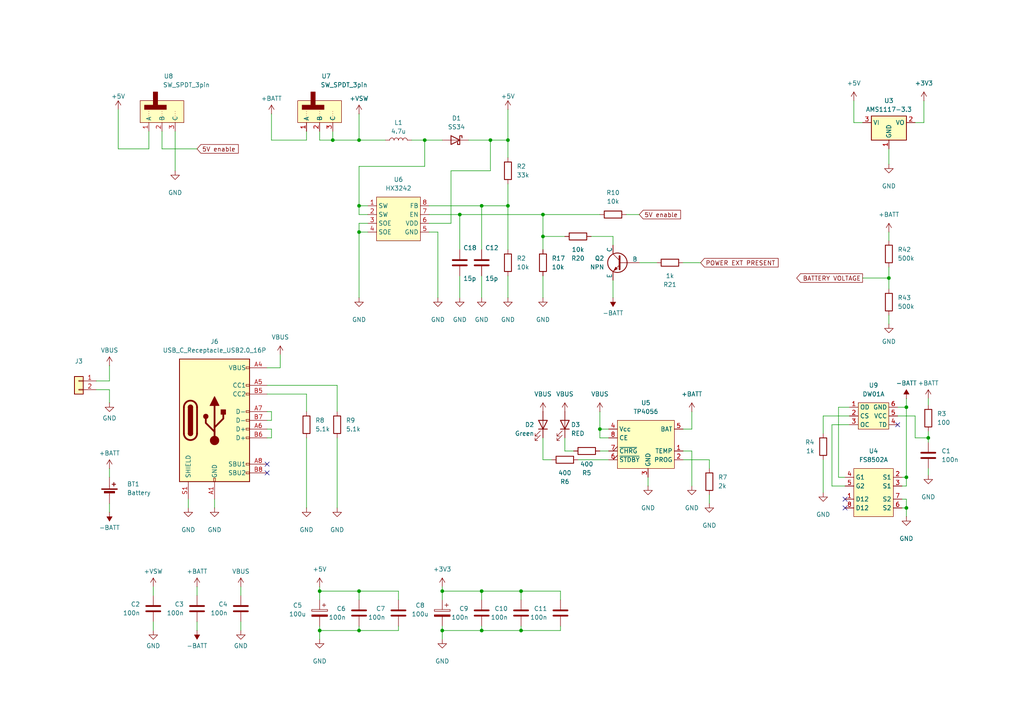
<source format=kicad_sch>
(kicad_sch (version 20250114) (generator "eeschema") (generator_version "9.0")
  (paper "A4")
  (lib_symbols
    (symbol "Connector:USB_C_Receptacle_USB2.0_16P" (pin_names (offset 1.016))
      (property "Reference" "J" (at 0 22.225 0))
      (property "Value" "USB_C_Receptacle_USB2.0_16P" (at 0 19.685 0))
      (symbol "USB_C_Receptacle_USB2.0_16P_0_0"
        (rectangle (start -0.254 -17.78) (end 0.254 -16.764))
        (rectangle (start 10.16 15.494) (end 9.144 14.986))
        (rectangle (start 10.16 10.414) (end 9.144 9.906))
        (rectangle (start 10.16 7.874) (end 9.144 7.366))
        (rectangle (start 10.16 2.794) (end 9.144 2.286))
        (rectangle (start 10.16 0.254) (end 9.144 -0.254))
        (rectangle (start 10.16 -2.286) (end 9.144 -2.794))
        (rectangle (start 10.16 -4.826) (end 9.144 -5.334))
        (rectangle (start 10.16 -12.446) (end 9.144 -12.954))
        (rectangle (start 10.16 -14.986) (end 9.144 -15.494))
      )
      (symbol "USB_C_Receptacle_USB2.0_16P_0_1"
        (rectangle (start -10.16 17.78) (end 10.16 -17.78) (stroke (width 0.254)) (fill (type background)))
        (polyline (pts (xy -8.89 -3.81) (xy -8.89 3.81)) (stroke (width 0.508)))
        (rectangle (start -7.62 -3.81) (end -6.35 3.81) (stroke (width 0.254)) (fill (type outline)))
        (arc (start -7.62 3.81) (mid -6.985 4.4423) (end -6.35 3.81) (stroke (width 0.254)))
        (arc (start -7.62 3.81) (mid -6.985 4.4423) (end -6.35 3.81) (stroke (width 0.254)) (fill (type outline)))
        (arc (start -8.89 3.81) (mid -6.985 5.7067) (end -5.08 3.81) (stroke (width 0.508)))
        (arc (start -5.08 -3.81) (mid -6.985 -5.7067) (end -8.89 -3.81) (stroke (width 0.508)))
        (arc (start -6.35 -3.81) (mid -6.985 -4.4423) (end -7.62 -3.81) (stroke (width 0.254)))
        (arc (start -6.35 -3.81) (mid -6.985 -4.4423) (end -7.62 -3.81) (stroke (width 0.254)) (fill (type outline)))
        (polyline (pts (xy -5.08 3.81) (xy -5.08 -3.81)) (stroke (width 0.508)))
        (circle (center -2.54 1.143) (radius 0.635) (stroke (width 0.254)) (fill (type outline)))
        (polyline (pts (xy -1.27 4.318) (xy 0 6.858) (xy 1.27 4.318) (xy -1.27 4.318)) (stroke (width 0.254)) (fill (type outline)))
        (polyline (pts (xy 0 -2.032) (xy 2.54 0.508) (xy 2.54 1.778)) (stroke (width 0.508)))
        (polyline (pts (xy 0 -3.302) (xy -2.54 -0.762) (xy -2.54 0.508)) (stroke (width 0.508)))
        (polyline (pts (xy 0 -5.842) (xy 0 4.318)) (stroke (width 0.508)))
        (circle (center 0 -5.842) (radius 1.27) (fill (type outline)))
        (rectangle (start 1.905 1.778) (end 3.175 3.048) (stroke (width 0.254)) (fill (type outline)))
      )
      (symbol "USB_C_Receptacle_USB2.0_16P_1_1"
        (pin passive line (at -7.62 -22.86 90) (length 5.08) (name "SHIELD") (number "S1"))
        (pin passive line (at 0 -22.86 90) (length 5.08) (name "GND") (number "A1"))
        (pin passive line (at 0 -22.86 90) (length 5.08) (hide yes) (name "GND") (number "A12"))
        (pin passive line (at 0 -22.86 90) (length 5.08) (hide yes) (name "GND") (number "B1"))
        (pin passive line (at 0 -22.86 90) (length 5.08) (hide yes) (name "GND") (number "B12"))
        (pin passive line (at 15.24 15.24 180) (length 5.08) (name "VBUS") (number "A4"))
        (pin passive line (at 15.24 15.24 180) (length 5.08) (hide yes) (name "VBUS") (number "A9"))
        (pin passive line (at 15.24 15.24 180) (length 5.08) (hide yes) (name "VBUS") (number "B4"))
        (pin passive line (at 15.24 15.24 180) (length 5.08) (hide yes) (name "VBUS") (number "B9"))
        (pin bidirectional line (at 15.24 10.16 180) (length 5.08) (name "CC1") (number "A5"))
        (pin bidirectional line (at 15.24 7.62 180) (length 5.08) (name "CC2") (number "B5"))
        (pin bidirectional line (at 15.24 2.54 180) (length 5.08) (name "D-") (number "A7"))
        (pin bidirectional line (at 15.24 0 180) (length 5.08) (name "D-") (number "B7"))
        (pin bidirectional line (at 15.24 -2.54 180) (length 5.08) (name "D+") (number "A6"))
        (pin bidirectional line (at 15.24 -5.08 180) (length 5.08) (name "D+") (number "B6"))
        (pin bidirectional line (at 15.24 -12.7 180) (length 5.08) (name "SBU1") (number "A8"))
        (pin bidirectional line (at 15.24 -15.24 180) (length 5.08) (name "SBU2") (number "B8"))
      )
    )
    (symbol "Connector_Generic:Conn_01x02" (pin_names (offset 1.016) (hide yes))
      (property "Reference" "J" (at 0 2.54 0))
      (property "Value" "Conn_01x02" (at 0 -5.08 0))
      (symbol "Conn_01x02_1_1"
        (rectangle (start -1.27 1.27) (end 1.27 -3.81) (stroke (width 0.254)) (fill (type background)))
        (rectangle (start -1.27 0.127) (end 0 -0.127) (stroke (width 0.1524)))
        (rectangle (start -1.27 -2.413) (end 0 -2.667) (stroke (width 0.1524)))
        (pin passive line (at -5.08 0 0) (length 3.81) (name "Pin_1") (number "1"))
        (pin passive line (at -5.08 -2.54 0) (length 3.81) (name "Pin_2") (number "2"))
      )
    )
    (symbol "Device:Battery_Cell" (pin_numbers (hide yes)) (pin_names (offset 0) (hide yes))
      (property "Reference" "BT" (at 2.54 2.54 0))
      (property "Value" "Battery_Cell" (at 2.54 0 0))
      (symbol "Battery_Cell_0_1"
        (rectangle (start -2.286 1.778) (end 2.286 1.524) (fill (type outline)))
        (rectangle (start -1.524 1.016) (end 1.524 0.508) (fill (type outline)))
        (polyline (pts (xy 0 1.778) (xy 0 2.54)))
        (polyline (pts (xy 0 0.762) (xy 0 0)))
        (polyline (pts (xy 0.762 3.048) (xy 1.778 3.048)) (stroke (width 0.254)))
        (polyline (pts (xy 1.27 3.556) (xy 1.27 2.54)) (stroke (width 0.254)))
      )
      (symbol "Battery_Cell_1_1"
        (pin passive line (at 0 5.08 270) (length 2.54) (name "+") (number "1"))
        (pin passive line (at 0 -2.54 90) (length 2.54) (name "-") (number "2"))
      )
    )
    (symbol "Device:C" (pin_numbers (hide yes)) (pin_names (offset 0.254))
      (property "Reference" "C" (at 0.635 2.54 0))
      (property "Value" "C" (at 0.635 -2.54 0))
      (symbol "C_0_1"
        (polyline (pts (xy -2.032 0.762) (xy 2.032 0.762)) (stroke (width 0.508)))
        (polyline (pts (xy -2.032 -0.762) (xy 2.032 -0.762)) (stroke (width 0.508)))
      )
      (symbol "C_1_1"
        (pin passive line (at 0 3.81 270) (length 2.794) (name "~") (number "1"))
        (pin passive line (at 0 -3.81 90) (length 2.794) (name "~") (number "2"))
      )
    )
    (symbol "Device:C_Polarized" (pin_numbers (hide yes)) (pin_names (offset 0.254))
      (property "Reference" "C" (at 0.635 2.54 0))
      (property "Value" "C_Polarized" (at 0.635 -2.54 0))
      (symbol "C_Polarized_0_1"
        (rectangle (start -2.286 0.508) (end 2.286 1.016))
        (polyline (pts (xy -1.778 2.286) (xy -0.762 2.286)))
        (polyline (pts (xy -1.27 2.794) (xy -1.27 1.778)))
        (rectangle (start 2.286 -0.508) (end -2.286 -1.016) (fill (type outline)))
      )
      (symbol "C_Polarized_1_1"
        (pin passive line (at 0 3.81 270) (length 2.794) (name "~") (number "1"))
        (pin passive line (at 0 -3.81 90) (length 2.794) (name "~") (number "2"))
      )
    )
    (symbol "Device:D_Schottky" (pin_numbers (hide yes)) (pin_names (offset 1.016) (hide yes))
      (property "Reference" "D" (at 0 2.54 0))
      (property "Value" "D_Schottky" (at 0 -2.54 0))
      (symbol "D_Schottky_0_1"
        (polyline (pts (xy -1.905 0.635) (xy -1.905 1.27) (xy -1.27 1.27) (xy -1.27 -1.27) (xy -0.635 -1.27) (xy -0.635 -0.635)) (stroke (width 0.254)))
        (polyline (pts (xy 1.27 1.27) (xy 1.27 -1.27) (xy -1.27 0) (xy 1.27 1.27)) (stroke (width 0.254)))
        (polyline (pts (xy 1.27 0) (xy -1.27 0)))
      )
      (symbol "D_Schottky_1_1"
        (pin passive line (at -3.81 0 0) (length 2.54) (name "K") (number "1"))
        (pin passive line (at 3.81 0 180) (length 2.54) (name "A") (number "2"))
      )
    )
    (symbol "Device:L" (pin_numbers (hide yes)) (pin_names (offset 1.016) (hide yes))
      (property "Reference" "L" (at -1.27 0 90))
      (property "Value" "L" (at 1.905 0 90))
      (symbol "L_0_1"
        (arc (start 0 2.54) (mid 0.6323 1.905) (end 0 1.27))
        (arc (start 0 1.27) (mid 0.6323 0.635) (end 0 0))
        (arc (start 0 0) (mid 0.6323 -0.635) (end 0 -1.27))
        (arc (start 0 -1.27) (mid 0.6323 -1.905) (end 0 -2.54))
      )
      (symbol "L_1_1"
        (pin passive line (at 0 3.81 270) (length 1.27) (name "1") (number "1"))
        (pin passive line (at 0 -3.81 90) (length 1.27) (name "2") (number "2"))
      )
    )
    (symbol "Device:LED" (pin_numbers (hide yes)) (pin_names (offset 1.016) (hide yes))
      (property "Reference" "D" (at 0 2.54 0))
      (property "Value" "LED" (at 0 -2.54 0))
      (symbol "LED_0_1"
        (polyline (pts (xy -3.048 -0.762) (xy -4.572 -2.286) (xy -3.81 -2.286) (xy -4.572 -2.286) (xy -4.572 -1.524)))
        (polyline (pts (xy -1.778 -0.762) (xy -3.302 -2.286) (xy -2.54 -2.286) (xy -3.302 -2.286) (xy -3.302 -1.524)))
        (polyline (pts (xy -1.27 0) (xy 1.27 0)))
        (polyline (pts (xy -1.27 -1.27) (xy -1.27 1.27)) (stroke (width 0.254)))
        (polyline (pts (xy 1.27 -1.27) (xy 1.27 1.27) (xy -1.27 0) (xy 1.27 -1.27)) (stroke (width 0.254)))
      )
      (symbol "LED_1_1"
        (pin passive line (at -3.81 0 0) (length 2.54) (name "K") (number "1"))
        (pin passive line (at 3.81 0 180) (length 2.54) (name "A") (number "2"))
      )
    )
    (symbol "Device:R" (pin_numbers (hide yes)) (pin_names (offset 0))
      (property "Reference" "R" (at 2.032 0 90))
      (property "Value" "R" (at 0 0 90))
      (symbol "R_0_1"
        (rectangle (start -1.016 -2.54) (end 1.016 2.54) (stroke (width 0.254)))
      )
      (symbol "R_1_1"
        (pin passive line (at 0 3.81 270) (length 1.27) (name "~") (number "1"))
        (pin passive line (at 0 -3.81 90) (length 1.27) (name "~") (number "2"))
      )
    )
    (symbol "Regulator_Linear:AMS1117-3.3"
      (property "Reference" "U" (at -3.81 3.175 0))
      (property "Value" "AMS1117-3.3" (at 0 3.175 0))
      (symbol "AMS1117-3.3_0_1"
        (rectangle (start -5.08 -5.08) (end 5.08 1.905) (stroke (width 0.254)) (fill (type background)))
      )
      (symbol "AMS1117-3.3_1_1"
        (pin power_in line (at -7.62 0 0) (length 2.54) (name "VI") (number "3"))
        (pin power_in line (at 0 -7.62 90) (length 2.54) (name "GND") (number "1"))
        (pin power_out line (at 7.62 0 180) (length 2.54) (name "VO") (number "2"))
      )
    )
    (symbol "Simulation_SPICE:NPN" (pin_numbers (hide yes)) (pin_names (offset 0))
      (property "Reference" "Q" (at -2.54 7.62 0))
      (property "Value" "NPN" (at -2.54 5.08 0))
      (symbol "NPN_0_1"
        (polyline (pts (xy -2.54 0) (xy 0.635 0)) (stroke (width 0.1524)))
        (polyline (pts (xy 0.635 1.905) (xy 0.635 -1.905) (xy 0.635 -1.905)) (stroke (width 0.508)))
        (polyline (pts (xy 0.635 0.635) (xy 2.54 2.54)))
        (polyline (pts (xy 0.635 -0.635) (xy 2.54 -2.54) (xy 2.54 -2.54)))
        (circle (center 1.27 0) (radius 2.8194) (stroke (width 0.254)))
        (polyline (pts (xy 1.27 -1.778) (xy 1.778 -1.27) (xy 2.286 -2.286) (xy 1.27 -1.778) (xy 1.27 -1.778)) (fill (type outline)))
        (polyline (pts (xy 2.794 -1.27) (xy 2.794 -1.27)) (stroke (width 0.1524)))
        (polyline (pts (xy 2.794 -1.27) (xy 2.794 -1.27)) (stroke (width 0.1524)))
      )
      (symbol "NPN_1_1"
        (pin input line (at -5.08 0 0) (length 2.54) (name "B") (number "2"))
        (pin open_collector line (at 2.54 5.08 270) (length 2.54) (name "C") (number "1"))
        (pin open_emitter line (at 2.54 -5.08 90) (length 2.54) (name "E") (number "3"))
      )
    )
    (symbol "additional_symbols:DW01A"
      (property "Reference" "U" (at 0 -0.762 0))
      (property "Value" "DW01A" (at 0.254 1.778 0))
      (symbol "DW01A_1_1"
        (rectangle (start -3.81 -2.54) (end 5.08 -10.16) (fill (type background)))
        (pin output line (at -6.35 -3.81 0) (length 2.54) (name "OD") (number "1"))
        (pin input line (at -6.35 -6.35 0) (length 2.54) (name "CS") (number "2"))
        (pin output line (at -6.35 -8.89 0) (length 2.54) (name "OC") (number "3"))
        (pin power_in line (at 7.62 -3.81 180) (length 2.54) (name "GND") (number "6"))
        (pin power_in line (at 7.62 -6.35 180) (length 2.54) (name "VCC") (number "5"))
        (pin input line (at 7.62 -8.89 180) (length 2.54) (name "TD") (number "4"))
      )
    )
    (symbol "additional_symbols:FS8502A"
      (property "Reference" "U" (at 1.778 0.762 0))
      (property "Value" "FS8502A" (at 1.778 3.302 0))
      (symbol "FS8502A_1_1"
        (rectangle (start -3.81 -1.27) (end 7.62 -15.24) (fill (type background)))
        (pin input line (at -6.35 -3.81 0) (length 2.54) (name "G1") (number "4"))
        (pin input line (at -6.35 -6.35 0) (length 2.54) (name "G2") (number "5"))
        (pin passive line (at -6.35 -10.16 0) (length 2.54) (name "D12") (number "1"))
        (pin passive line (at -6.35 -12.7 0) (length 2.54) (name "D12") (number "8"))
        (pin passive line (at 10.16 -3.81 180) (length 2.54) (name "S1") (number "2"))
        (pin passive line (at 10.16 -6.35 180) (length 2.54) (name "S1") (number "3"))
        (pin passive line (at 10.16 -10.16 180) (length 2.54) (name "S2") (number "7"))
        (pin passive line (at 10.16 -12.7 180) (length 2.54) (name "S2") (number "6"))
      )
    )
    (symbol "additional_symbols:HX3242"
      (property "Reference" "U" (at -0.254 0.762 0))
      (property "Value" "HX3242" (at -0.254 3.302 0))
      (symbol "HX3242_0_1"
        (rectangle (start -6.35 -1.27) (end 6.35 -13.97) (fill (type background)))
      )
      (symbol "HX3242_1_1"
        (pin output line (at -8.89 -3.81 0) (length 2.54) (name "SW") (number "1"))
        (pin output line (at -8.89 -6.35 0) (length 2.54) (name "SW") (number "2"))
        (pin input line (at -8.89 -8.89 0) (length 2.54) (name "SOE") (number "3"))
        (pin input line (at -8.89 -11.43 0) (length 2.54) (name "SOE") (number "4"))
        (pin output line (at 0 -16.51 90) (length 2.54) (hide yes) (name "SW") (number "9"))
        (pin input line (at 8.89 -3.81 180) (length 2.54) (name "FB") (number "8"))
        (pin input line (at 8.89 -6.35 180) (length 2.54) (name "EN") (number "7"))
        (pin power_in line (at 8.89 -8.89 180) (length 2.54) (name "VDD") (number "6"))
        (pin power_in line (at 8.89 -11.43 180) (length 2.54) (name "GND") (number "5"))
      )
    )
    (symbol "additional_symbols:SW_SPDT_3pin"
      (property "Reference" "U" (at 0 0 0))
      (property "Value" "SW_SPDT_3pin" (at 0 0 0))
      (symbol "SW_SPDT_3pin_0_1"
        (rectangle (start -6.35 -5.08) (end 6.35 -11.43) (fill (type background)))
        (polyline (pts (xy -5.08 -7.62) (xy 1.27 -7.62) (xy 1.27 -6.35) (xy -5.08 -6.35) (xy -5.08 -7.62)) (fill (type outline)))
        (polyline (pts (xy -3.81 -11.43) (xy -3.81 -7.62)) (stroke (width 0) (type dot)))
        (polyline (pts (xy -2.54 -6.35) (xy -2.54 -2.54) (xy -1.27 -2.54) (xy -1.27 -6.35)) (fill (type outline)))
        (polyline (pts (xy 0 -11.43) (xy 0 -7.62)) (stroke (width 0) (type dot)))
        (polyline (pts (xy 3.81 -11.43) (xy 3.81 -7.62)) (stroke (width 0) (type dot)))
      )
      (symbol "SW_SPDT_3pin_1_1"
        (pin passive line (at -3.81 -13.97 90) (length 2.54) (name "A") (number "1"))
        (pin passive line (at 0 -13.97 90) (length 2.54) (name "B") (number "2"))
        (pin passive line (at 3.81 -13.97 90) (length 2.54) (name "C") (number "3"))
      )
    )
    (symbol "additional_symbols:TP4056"
      (property "Reference" "U" (at 0 0 0))
      (property "Value" "TP4056" (at 0 2.286 0))
      (symbol "TP4056_1_1"
        (rectangle (start -7.62 -2.54) (end 8.89 -16.51) (fill (type background)))
        (pin power_in line (at -10.16 -5.08 0) (length 2.54) (name "Vcc") (number "4"))
        (pin input line (at -10.16 -7.62 0) (length 2.54) (name "CE") (number "8"))
        (pin output output_low (at -10.16 -11.43 0) (length 2.54) (name "~{CHRG}") (number "7"))
        (pin output output_low (at -10.16 -13.97 0) (length 2.54) (name "~{STDBY}") (number "6"))
        (pin power_in line (at 1.27 -19.05 90) (length 2.54) (name "GND") (number "3"))
        (pin power_in line (at 1.27 -19.05 90) (length 2.54) (hide yes) (name "GND") (number "9"))
        (pin power_out line (at 11.43 -5.08 180) (length 2.54) (name "BAT") (number "5"))
        (pin input line (at 11.43 -11.43 180) (length 2.54) (name "TEMP") (number "1"))
        (pin input line (at 11.43 -13.97 180) (length 2.54) (name "PROG") (number "2"))
      )
    )
    (symbol "power:+3V3" (power) (pin_numbers (hide yes)) (pin_names (offset 0) (hide yes))
      (property "Value" "+3V3" (at 0 3.556 0))
      (symbol "+3V3_0_1"
        (polyline (pts (xy -0.762 1.27) (xy 0 2.54)))
        (polyline (pts (xy 0 2.54) (xy 0.762 1.27)))
        (polyline (pts (xy 0 0) (xy 0 2.54)))
      )
      (symbol "+3V3_1_1"
        (pin power_in line (at 0 0 90) (length 0) (name "~") (number "1"))
      )
    )
    (symbol "power:+5V" (power) (pin_numbers (hide yes)) (pin_names (offset 0) (hide yes))
      (property "Value" "+5V" (at 0 3.556 0))
      (symbol "+5V_0_1"
        (polyline (pts (xy -0.762 1.27) (xy 0 2.54)))
        (polyline (pts (xy 0 2.54) (xy 0.762 1.27)))
        (polyline (pts (xy 0 0) (xy 0 2.54)))
      )
      (symbol "+5V_1_1"
        (pin power_in line (at 0 0 90) (length 0) (name "~") (number "1"))
      )
    )
    (symbol "power:+BATT" (power) (pin_numbers (hide yes)) (pin_names (offset 0) (hide yes))
      (property "Value" "+BATT" (at 0 3.556 0))
      (symbol "+BATT_0_1"
        (polyline (pts (xy -0.762 1.27) (xy 0 2.54)))
        (polyline (pts (xy 0 2.54) (xy 0.762 1.27)))
        (polyline (pts (xy 0 0) (xy 0 2.54)))
      )
      (symbol "+BATT_1_1"
        (pin power_in line (at 0 0 90) (length 0) (name "~") (number "1"))
      )
    )
    (symbol "power:+VSW" (power) (pin_numbers (hide yes)) (pin_names (offset 0) (hide yes))
      (property "Value" "+VSW" (at 0 3.556 0))
      (symbol "+VSW_0_1"
        (polyline (pts (xy -0.762 1.27) (xy 0 2.54)))
        (polyline (pts (xy 0 2.54) (xy 0.762 1.27)))
        (polyline (pts (xy 0 0) (xy 0 2.54)))
      )
      (symbol "+VSW_1_1"
        (pin power_in line (at 0 0 90) (length 0) (name "~") (number "1"))
      )
    )
    (symbol "power:-BATT" (power) (pin_numbers (hide yes)) (pin_names (offset 0) (hide yes))
      (property "Value" "-BATT" (at 0 3.556 0))
      (symbol "-BATT_0_1"
        (polyline (pts (xy 0 0) (xy 0 2.54)))
        (polyline (pts (xy 0.762 1.27) (xy -0.762 1.27) (xy 0 2.54) (xy 0.762 1.27)) (fill (type outline)))
      )
      (symbol "-BATT_1_1"
        (pin power_in line (at 0 0 90) (length 0) (name "~") (number "1"))
      )
    )
    (symbol "power:GND" (power) (pin_numbers (hide yes)) (pin_names (offset 0) (hide yes))
      (property "Value" "GND" (at 0 -3.81 0))
      (symbol "GND_0_1"
        (polyline (pts (xy 0 0) (xy 0 -1.27) (xy 1.27 -1.27) (xy 0 -2.54) (xy -1.27 -1.27) (xy 0 -1.27)))
      )
      (symbol "GND_1_1"
        (pin power_in line (at 0 0 270) (length 0) (name "~") (number "1"))
      )
    )
    (symbol "power:VBUS" (power) (pin_numbers (hide yes)) (pin_names (offset 0) (hide yes))
      (property "Value" "VBUS" (at 0 3.556 0))
      (symbol "VBUS_0_1"
        (polyline (pts (xy -0.762 1.27) (xy 0 2.54)))
        (polyline (pts (xy 0 2.54) (xy 0.762 1.27)))
        (polyline (pts (xy 0 0) (xy 0 2.54)))
      )
      (symbol "VBUS_1_1"
        (pin power_in line (at 0 0 90) (length 0) (name "~") (number "1"))
      )
    )
  )
  (junction (at 104.14 40.64))
  (junction (at 104.14 182.88))
  (junction (at 123.19 40.64))
  (junction (at 147.32 59.69))
  (junction (at 257.81 80.645))
  (junction (at 157.48 68.58))
  (junction (at 262.89 138.43))
  (junction (at 139.7 59.69))
  (junction (at 133.35 62.23))
  (junction (at 157.48 62.23))
  (junction (at 128.27 171.45))
  (junction (at 151.13 182.88))
  (junction (at 147.32 40.64))
  (junction (at 96.52 40.64))
  (junction (at 142.24 40.64))
  (junction (at 151.13 171.45))
  (junction (at 173.99 124.46))
  (junction (at 128.27 182.88))
  (junction (at 92.71 171.45))
  (junction (at 104.14 59.69))
  (junction (at 104.14 171.45))
  (junction (at 262.89 118.11))
  (junction (at 139.7 171.45))
  (junction (at 104.14 67.31))
  (junction (at 269.24 127))
  (junction (at 139.7 182.88))
  (junction (at 262.89 147.32))
  (junction (at 92.71 182.88))
  (no_connect (at 260.35 123.19))
  (no_connect (at 245.11 147.32))
  (no_connect (at 245.11 144.78))
  (no_connect (at 77.47 134.62))
  (no_connect (at 77.47 137.16))
  (wire (pts (xy 139.7 59.69) (xy 147.32 59.69)))
  (wire (pts (xy 92.71 40.64) (xy 96.52 40.64)))
  (wire (pts (xy 46.99 43.18) (xy 46.99 38.1)))
  (wire (pts (xy 247.65 35.56) (xy 250.19 35.56)))
  (wire (pts (xy 173.99 119.38) (xy 173.99 124.46)))
  (wire (pts (xy 92.71 182.88) (xy 92.71 185.42)))
  (wire (pts (xy 133.35 62.23) (xy 157.48 62.23)))
  (wire (pts (xy 104.14 48.26) (xy 123.19 48.26)))
  (wire (pts (xy 139.7 171.45) (xy 151.13 171.45)))
  (wire (pts (xy 262.89 118.11) (xy 260.35 118.11)))
  (wire (pts (xy 262.89 138.43) (xy 262.89 118.11)))
  (wire (pts (xy 171.45 68.58) (xy 177.8 68.58)))
  (wire (pts (xy 92.71 40.64) (xy 92.71 38.1)))
  (wire (pts (xy 267.97 35.56) (xy 265.43 35.56)))
  (wire (pts (xy 44.45 170.18) (xy 44.45 172.72)))
  (wire (pts (xy 34.29 43.18) (xy 43.18 43.18)))
  (wire (pts (xy 77.47 127) (xy 78.74 127)))
  (wire (pts (xy 78.74 33.02) (xy 78.74 40.64)))
  (wire (pts (xy 177.8 68.58) (xy 177.8 71.12)))
  (wire (pts (xy 123.19 40.64) (xy 128.27 40.64)))
  (wire (pts (xy 124.46 64.77) (xy 130.81 64.77)))
  (wire (pts (xy 238.76 133.35) (xy 238.76 142.875)))
  (wire (pts (xy 54.61 144.78) (xy 54.61 147.32)))
  (wire (pts (xy 106.68 62.23) (xy 104.14 62.23)))
  (wire (pts (xy 151.13 171.45) (xy 162.56 171.45)))
  (wire (pts (xy 130.81 49.53) (xy 142.24 49.53)))
  (wire (pts (xy 104.14 59.69) (xy 106.68 59.69)))
  (wire (pts (xy 139.7 171.45) (xy 128.27 171.45)))
  (wire (pts (xy 139.7 59.69) (xy 139.7 72.39)))
  (wire (pts (xy 34.29 31.75) (xy 34.29 43.18)))
  (wire (pts (xy 247.65 29.21) (xy 247.65 35.56)))
  (wire (pts (xy 57.15 43.18) (xy 46.99 43.18)))
  (wire (pts (xy 198.12 76.2) (xy 203.2 76.2)))
  (wire (pts (xy 167.64 133.35) (xy 176.53 133.35)))
  (wire (pts (xy 269.24 127) (xy 269.24 128.27)))
  (wire (pts (xy 162.56 181.61) (xy 162.56 182.88)))
  (wire (pts (xy 50.8 38.1) (xy 50.8 49.53)))
  (wire (pts (xy 31.75 146.05) (xy 31.75 148.59)))
  (wire (pts (xy 265.43 127) (xy 269.24 127)))
  (wire (pts (xy 262.89 140.97) (xy 262.89 138.43)))
  (wire (pts (xy 269.24 135.89) (xy 269.24 137.795)))
  (wire (pts (xy 133.35 62.23) (xy 133.35 72.39)))
  (wire (pts (xy 57.15 180.34) (xy 57.15 182.88)))
  (wire (pts (xy 163.83 127) (xy 163.83 130.81)))
  (wire (pts (xy 157.48 62.23) (xy 173.99 62.23)))
  (wire (pts (xy 128.27 171.45) (xy 128.27 173.99)))
  (wire (pts (xy 69.85 180.34) (xy 69.85 182.88)))
  (wire (pts (xy 257.81 91.44) (xy 257.81 93.98)))
  (wire (pts (xy 257.81 77.47) (xy 257.81 80.645)))
  (wire (pts (xy 92.71 171.45) (xy 92.71 173.99)))
  (wire (pts (xy 243.205 138.43) (xy 245.11 138.43)))
  (wire (pts (xy 173.99 124.46) (xy 173.99 127)))
  (wire (pts (xy 130.81 64.77) (xy 130.81 49.53)))
  (wire (pts (xy 147.32 59.69) (xy 147.32 53.34)))
  (wire (pts (xy 104.14 173.99) (xy 104.14 171.45)))
  (wire (pts (xy 128.27 181.61) (xy 128.27 182.88)))
  (wire (pts (xy 157.48 133.35) (xy 157.48 127)))
  (wire (pts (xy 257.81 43.18) (xy 257.81 47.625)))
  (wire (pts (xy 162.56 173.99) (xy 162.56 171.45)))
  (wire (pts (xy 124.46 62.23) (xy 133.35 62.23)))
  (wire (pts (xy 200.66 140.97) (xy 200.66 130.81)))
  (wire (pts (xy 115.57 173.99) (xy 115.57 171.45)))
  (wire (pts (xy 31.75 113.03) (xy 31.75 116.84)))
  (wire (pts (xy 173.99 130.81) (xy 176.53 130.81)))
  (wire (pts (xy 77.47 121.92) (xy 78.74 121.92)))
  (wire (pts (xy 160.02 133.35) (xy 157.48 133.35)))
  (wire (pts (xy 77.47 124.46) (xy 78.74 124.46)))
  (wire (pts (xy 81.28 106.68) (xy 81.28 102.87)))
  (wire (pts (xy 257.81 80.645) (xy 257.81 83.82)))
  (wire (pts (xy 128.27 170.18) (xy 128.27 171.45)))
  (wire (pts (xy 147.32 59.69) (xy 147.32 72.39)))
  (wire (pts (xy 142.24 49.53) (xy 142.24 40.64)))
  (wire (pts (xy 238.76 120.65) (xy 246.38 120.65)))
  (wire (pts (xy 96.52 40.64) (xy 104.14 40.64)))
  (wire (pts (xy 142.24 40.64) (xy 147.32 40.64)))
  (wire (pts (xy 77.47 106.68) (xy 81.28 106.68)))
  (wire (pts (xy 181.61 62.23) (xy 185.42 62.23)))
  (wire (pts (xy 205.74 143.51) (xy 205.74 146.05)))
  (wire (pts (xy 265.43 120.65) (xy 265.43 127)))
  (wire (pts (xy 200.66 130.81) (xy 198.12 130.81)))
  (wire (pts (xy 92.71 171.45) (xy 104.14 171.45)))
  (wire (pts (xy 31.75 135.89) (xy 31.75 138.43)))
  (wire (pts (xy 124.46 59.69) (xy 139.7 59.69)))
  (wire (pts (xy 261.62 140.97) (xy 262.89 140.97)))
  (wire (pts (xy 198.12 133.35) (xy 205.74 133.35)))
  (wire (pts (xy 262.89 115.57) (xy 262.89 118.11)))
  (wire (pts (xy 187.96 138.43) (xy 187.96 140.97)))
  (wire (pts (xy 62.23 144.78) (xy 62.23 147.32)))
  (wire (pts (xy 111.76 40.64) (xy 104.14 40.64)))
  (wire (pts (xy 115.57 181.61) (xy 115.57 182.88)))
  (wire (pts (xy 104.14 67.31) (xy 104.14 64.77)))
  (wire (pts (xy 119.38 40.64) (xy 123.19 40.64)))
  (wire (pts (xy 104.14 59.69) (xy 104.14 48.26)))
  (wire (pts (xy 92.71 170.18) (xy 92.71 171.45)))
  (wire (pts (xy 96.52 38.1) (xy 96.52 40.64)))
  (wire (pts (xy 177.8 81.28) (xy 177.8 86.36)))
  (wire (pts (xy 157.48 68.58) (xy 163.83 68.58)))
  (wire (pts (xy 147.32 80.01) (xy 147.32 86.36)))
  (wire (pts (xy 57.15 170.18) (xy 57.15 172.72)))
  (wire (pts (xy 133.35 80.01) (xy 133.35 86.36)))
  (wire (pts (xy 151.13 173.99) (xy 151.13 171.45)))
  (wire (pts (xy 92.71 181.61) (xy 92.71 182.88)))
  (wire (pts (xy 139.7 173.99) (xy 139.7 171.45)))
  (wire (pts (xy 127 67.31) (xy 127 86.36)))
  (wire (pts (xy 78.74 119.38) (xy 77.47 119.38)))
  (wire (pts (xy 147.32 31.75) (xy 147.32 40.64)))
  (wire (pts (xy 241.3 140.97) (xy 245.11 140.97)))
  (wire (pts (xy 262.89 149.86) (xy 262.89 147.32)))
  (wire (pts (xy 173.99 124.46) (xy 176.53 124.46)))
  (wire (pts (xy 257.81 67.31) (xy 257.81 69.85)))
  (wire (pts (xy 78.74 127) (xy 78.74 124.46)))
  (wire (pts (xy 27.94 110.49) (xy 31.75 110.49)))
  (wire (pts (xy 205.74 133.35) (xy 205.74 135.89)))
  (wire (pts (xy 104.14 86.36) (xy 104.14 67.31)))
  (wire (pts (xy 157.48 80.01) (xy 157.48 86.36)))
  (wire (pts (xy 44.45 180.34) (xy 44.45 182.88)))
  (wire (pts (xy 88.9 119.38) (xy 88.9 114.3)))
  (wire (pts (xy 135.89 40.64) (xy 142.24 40.64)))
  (wire (pts (xy 200.66 119.38) (xy 200.66 124.46)))
  (wire (pts (xy 173.99 127) (xy 176.53 127)))
  (wire (pts (xy 88.9 40.64) (xy 88.9 38.1)))
  (wire (pts (xy 77.47 111.76) (xy 97.79 111.76)))
  (wire (pts (xy 104.14 181.61) (xy 104.14 182.88)))
  (wire (pts (xy 269.24 125.095) (xy 269.24 127)))
  (wire (pts (xy 250.19 80.645) (xy 257.81 80.645)))
  (wire (pts (xy 97.79 127) (xy 97.79 147.32)))
  (wire (pts (xy 78.74 121.92) (xy 78.74 119.38)))
  (wire (pts (xy 88.9 127) (xy 88.9 147.32)))
  (wire (pts (xy 92.71 182.88) (xy 104.14 182.88)))
  (wire (pts (xy 139.7 182.88) (xy 151.13 182.88)))
  (wire (pts (xy 238.76 125.73) (xy 238.76 120.65)))
  (wire (pts (xy 200.66 124.46) (xy 198.12 124.46)))
  (wire (pts (xy 128.27 182.88) (xy 128.27 185.42)))
  (wire (pts (xy 139.7 182.88) (xy 128.27 182.88)))
  (wire (pts (xy 151.13 181.61) (xy 151.13 182.88)))
  (wire (pts (xy 27.94 113.03) (xy 31.75 113.03)))
  (wire (pts (xy 104.14 33.02) (xy 104.14 40.64)))
  (wire (pts (xy 104.14 64.77) (xy 106.68 64.77)))
  (wire (pts (xy 43.18 43.18) (xy 43.18 38.1)))
  (wire (pts (xy 262.89 144.78) (xy 261.62 144.78)))
  (wire (pts (xy 261.62 147.32) (xy 262.89 147.32)))
  (wire (pts (xy 265.43 120.65) (xy 260.35 120.65)))
  (wire (pts (xy 162.56 182.88) (xy 151.13 182.88)))
  (wire (pts (xy 243.205 118.11) (xy 243.205 138.43)))
  (wire (pts (xy 115.57 182.88) (xy 104.14 182.88)))
  (wire (pts (xy 241.3 123.19) (xy 241.3 140.97)))
  (wire (pts (xy 157.48 68.58) (xy 157.48 72.39)))
  (wire (pts (xy 157.48 62.23) (xy 157.48 68.58)))
  (wire (pts (xy 269.24 115.57) (xy 269.24 117.475)))
  (wire (pts (xy 185.42 76.2) (xy 190.5 76.2)))
  (wire (pts (xy 115.57 171.45) (xy 104.14 171.45)))
  (wire (pts (xy 246.38 118.11) (xy 243.205 118.11)))
  (wire (pts (xy 139.7 80.01) (xy 139.7 86.36)))
  (wire (pts (xy 31.75 110.49) (xy 31.75 106.045)))
  (wire (pts (xy 97.79 111.76) (xy 97.79 119.38)))
  (wire (pts (xy 104.14 62.23) (xy 104.14 59.69)))
  (wire (pts (xy 127 67.31) (xy 124.46 67.31)))
  (wire (pts (xy 88.9 114.3) (xy 77.47 114.3)))
  (wire (pts (xy 69.85 170.18) (xy 69.85 172.72)))
  (wire (pts (xy 246.38 123.19) (xy 241.3 123.19)))
  (wire (pts (xy 78.74 40.64) (xy 88.9 40.64)))
  (wire (pts (xy 123.19 48.26) (xy 123.19 40.64)))
  (wire (pts (xy 163.83 130.81) (xy 166.37 130.81)))
  (wire (pts (xy 147.32 40.64) (xy 147.32 45.72)))
  (wire (pts (xy 104.14 67.31) (xy 106.68 67.31)))
  (wire (pts (xy 261.62 138.43) (xy 262.89 138.43)))
  (wire (pts (xy 139.7 181.61) (xy 139.7 182.88)))
  (wire (pts (xy 262.89 147.32) (xy 262.89 144.78)))
  (wire (pts (xy 267.97 29.21) (xy 267.97 35.56)))
  (global_label "POWER EXT PRESENT" (shape input) (at 203.2 76.2 0) (property "Intersheetrefs" "${INTERSHEET_REFS}" (effects (hide yes))))
  (global_label "BATTERY VOLTAGE" (shape output) (at 250.19 80.645 180) (property "Intersheetrefs" "${INTERSHEET_REFS}" (effects (hide yes))))
  (global_label "5V enable" (shape input) (at 185.42 62.23 0) (property "Intersheetrefs" "${INTERSHEET_REFS}" (effects (hide yes))))
  (global_label "5V enable" (shape input) (at 57.15 43.18 0) (property "Intersheetrefs" "${INTERSHEET_REFS}" (effects (hide yes))))
  (symbol (lib_id "power:GND") (at 127 86.36 0) (unit 1)
    (property "Reference" "#PWR02" (effects (hide yes)))
    (property "Value" "GND" (at 127 92.71 0))
  )
  (symbol (lib_id "power:GND") (at 147.32 86.36 0) (unit 1)
    (property "Reference" "#PWR026" (effects (hide yes)))
    (property "Value" "GND" (at 147.32 92.71 0))
  )
  (symbol (lib_id "Device:C_Polarized") (at 128.27 177.8 0) (mirror y) (unit 1)
    (property "Reference" "C8" (at 121.8565 175.5775 0))
    (property "Value" "100u" (at 121.8565 178.1175 0))
    (property "Footprint" "Capacitor_THT:CP_Radial_D4.0mm_P1.50mm" (effects (hide yes)))
  )
  (symbol (lib_id "power:+BATT") (at 78.74 33.02 0) (unit 1)
    (property "Reference" "#PWR021" (effects (hide yes)))
    (property "Value" "+BATT" (at 78.74 28.575 0))
  )
  (symbol (lib_id "power:+BATT") (at 57.15 170.18 0) (unit 1)
    (property "Reference" "#PWR051" (effects (hide yes)))
    (property "Value" "+BATT" (at 57.15 165.735 0))
  )
  (symbol (lib_id "Device:R") (at 269.24 121.285 0) (unit 1)
    (property "Reference" "R3" (at 271.78 120.015 0) (effects (justify left)))
    (property "Value" "100" (at 271.78 122.555 0) (effects (justify left)))
    (property "Footprint" "Resistor_SMD:R_0603_1608Metric" (effects (hide yes)))
  )
  (symbol (lib_id "power:GND") (at 97.79 147.32 0) (unit 1)
    (property "Reference" "#PWR06" (effects (hide yes)))
    (property "Value" "GND" (at 97.79 153.67 0))
  )
  (symbol (lib_id "power:+BATT") (at 257.81 67.31 0) (unit 1)
    (property "Reference" "#PWR0105" (effects (hide yes)))
    (property "Value" "+BATT" (at 257.81 62.23 0))
  )
  (symbol (lib_id "power:VBUS") (at 69.85 170.18 0) (unit 1)
    (property "Reference" "#PWR052" (effects (hide yes)))
    (property "Value" "VBUS" (at 69.85 165.735 0))
  )
  (symbol (lib_id "power:VBUS") (at 173.99 119.38 0) (unit 1)
    (property "Reference" "#PWR038" (effects (hide yes)))
    (property "Value" "VBUS" (at 173.99 114.3 0))
  )
  (symbol (lib_id "power:GND") (at 62.23 147.32 0) (unit 1)
    (property "Reference" "#PWR048" (effects (hide yes)))
    (property "Value" "GND" (at 62.23 153.67 0))
  )
  (symbol (lib_id "power:GND") (at 69.85 182.88 0) (unit 1)
    (property "Reference" "#PWR057" (effects (hide yes)))
    (property "Value" "GND" (at 69.85 187.325 0))
  )
  (symbol (lib_id "Device:C") (at 269.24 132.08 180) (unit 1)
    (property "Reference" "C1" (at 273.05 130.81 0) (effects (justify right)))
    (property "Value" "100n" (at 273.05 133.35 0) (effects (justify right)))
    (property "Footprint" "Capacitor_SMD:C_0603_1608Metric" (effects (hide yes)))
  )
  (symbol (lib_id "Device:C") (at 139.7 76.2 180) (unit 1)
    (property "Reference" "C12" (at 140.716 71.882 0) (effects (justify right)))
    (property "Value" "15p" (at 140.716 80.772 0) (effects (justify right)))
    (property "Footprint" "Capacitor_SMD:C_0603_1608Metric" (effects (hide yes)))
  )
  (symbol (lib_id "Device:R") (at 147.32 49.53 0) (unit 1)
    (property "Reference" "R2" (at 149.86 48.26 0) (effects (justify left)))
    (property "Value" "33k" (at 149.86 50.8 0) (effects (justify left)))
    (property "Footprint" "Resistor_SMD:R_0805_2012Metric" (effects (hide yes)))
  )
  (symbol (lib_id "power:+BATT") (at 269.24 115.57 0) (unit 1)
    (property "Reference" "#PWR028" (effects (hide yes)))
    (property "Value" "+BATT" (at 269.24 111.125 0))
  )
  (symbol (lib_id "Device:L") (at 115.57 40.64 90) (unit 1)
    (property "Reference" "L1" (at 115.57 35.56 90))
    (property "Value" "4.7u" (at 115.57 38.1 90))
    (property "Footprint" "Inductor_SMD:L_7.3x7.3_H3.5" (effects (hide yes)))
  )
  (symbol (lib_id "power:VBUS") (at 31.75 106.045 0) (unit 1)
    (property "Reference" "#PWR030" (effects (hide yes)))
    (property "Value" "VBUS" (at 31.75 101.6 0))
  )
  (symbol (lib_id "Device:R") (at 97.79 123.19 0) (unit 1)
    (property "Reference" "R9" (at 100.33 121.92 0) (effects (justify left)))
    (property "Value" "5.1k" (at 100.33 124.46 0) (effects (justify left)))
    (property "Footprint" "Resistor_SMD:R_0603_1608Metric" (effects (hide yes)))
  )
  (symbol (lib_id "power:+3V3") (at 128.27 170.18 0) (unit 1)
    (property "Reference" "#PWR054" (effects (hide yes)))
    (property "Value" "+3V3" (at 128.27 165.1 0))
  )
  (symbol (lib_id "Connector:USB_C_Receptacle_USB2.0_16P") (at 62.23 121.92 0) (unit 1)
    (property "Reference" "J6" (at 62.23 99.06 0))
    (property "Value" "USB_C_Receptacle_USB2.0_16P" (at 62.23 101.6 0))
    (property "Footprint" "Connector_USB:USB_C_Receptacle_XKB_U262-16XN-4BVC11" (effects (hide yes)))
    (property "Datasheet" "https://www.usb.org/sites/default/files/documents/usb_type-c.zip" (effects (hide yes)))
    (property "Description" "USB 2.0-only 16P Type-C Receptacle connector" (effects (hide yes)))
  )
  (symbol (lib_id "power:-BATT") (at 177.8 86.36 0) (mirror x) (unit 1)
    (property "Reference" "#PWR015" (effects (hide yes)))
    (property "Value" "-BATT" (at 177.8 90.805 0))
  )
  (symbol (lib_id "power:GND") (at 257.81 93.98 0) (unit 1)
    (property "Reference" "#PWR0111" (effects (hide yes)))
    (property "Value" "GND" (at 257.81 99.06 0))
  )
  (symbol (lib_id "power:GND") (at 139.7 86.36 0) (unit 1)
    (property "Reference" "#PWR01" (effects (hide yes)))
    (property "Value" "GND" (at 139.7 92.71 0))
  )
  (symbol (lib_id "Device:R") (at 157.48 76.2 180) (unit 1)
    (property "Reference" "R17" (at 160.02 74.9299 0) (effects (justify right)))
    (property "Value" "10k" (at 160.02 77.4699 0) (effects (justify right)))
    (property "Footprint" "Resistor_SMD:R_0603_1608Metric" (effects (hide yes)))
  )
  (symbol (lib_id "Device:R") (at 205.74 139.7 0) (unit 1)
    (property "Reference" "R7" (at 208.28 138.43 0) (effects (justify left)))
    (property "Value" "2k" (at 208.28 140.97 0) (effects (justify left)))
    (property "Footprint" "Resistor_SMD:R_0603_1608Metric" (effects (hide yes)))
  )
  (symbol (lib_id "power:+BATT") (at 31.75 135.89 0) (unit 1)
    (property "Reference" "#PWR041" (effects (hide yes)))
    (property "Value" "+BATT" (at 31.75 131.445 0))
  )
  (symbol (lib_id "power:VBUS") (at 81.28 102.87 0) (unit 1)
    (property "Reference" "#PWR035" (effects (hide yes)))
    (property "Value" "VBUS" (at 81.28 97.79 0))
  )
  (symbol (lib_id "Device:Battery_Cell") (at 31.75 143.51 0) (unit 1)
    (property "Reference" "BT1" (at 36.83 140.3985 0) (effects (justify left)))
    (property "Value" "Battery" (at 36.83 142.9385 0) (effects (justify left)))
    (property "Footprint" "Connector_PinHeader_2.54mm:PinHeader_1x02_P2.54mm_Vertical" (effects (hide yes)))
  )
  (symbol (lib_id "power:GND") (at 50.8 49.53 0) (unit 1)
    (property "Reference" "#PWR08" (effects (hide yes)))
    (property "Value" "GND" (at 50.8 55.88 0))
  )
  (symbol (lib_id "additional_symbols:SW_SPDT_3pin") (at 92.71 24.13 0) (unit 1)
    (property "Reference" "U7" (at 93.218 22.098 0) (effects (justify left)))
    (property "Value" "SW_SPDT_3pin" (at 92.964 24.638 0) (effects (justify left)))
    (property "Footprint" "additional_footprints:my_switch" (effects (hide yes)))
    (property "Description" "Three pin monostable switch SPDT" (effects (hide yes)))
  )
  (symbol (lib_id "additional_symbols:SW_SPDT_3pin") (at 46.99 24.13 0) (unit 1)
    (property "Reference" "U8" (at 47.498 22.098 0) (effects (justify left)))
    (property "Value" "SW_SPDT_3pin" (at 47.244 24.638 0) (effects (justify left)))
    (property "Footprint" "additional_footprints:my_switch" (effects (hide yes)))
    (property "Description" "Three pin monostable switch SPDT" (effects (hide yes)))
  )
  (symbol (lib_id "power:+BATT") (at 200.66 119.38 0) (unit 1)
    (property "Reference" "#PWR039" (effects (hide yes)))
    (property "Value" "+BATT" (at 200.66 114.3 0))
  )
  (symbol (lib_id "Device:D_Schottky") (at 132.08 40.64 0) (mirror y) (unit 1)
    (property "Reference" "D1" (at 132.3975 34.29 0))
    (property "Value" "SS34" (at 132.3975 36.83 0))
    (property "Footprint" "Diode_SMD:D_SMB" (effects (hide yes)))
  )
  (symbol (lib_id "power:-BATT") (at 262.89 115.57 0) (unit 1)
    (property "Reference" "#PWR027" (effects (hide yes)))
    (property "Value" "-BATT" (at 262.89 111.125 0))
  )
  (symbol (lib_id "Device:C") (at 139.7 177.8 0) (mirror x) (unit 1)
    (property "Reference" "C9" (at 135.89 176.53 0) (effects (justify right)))
    (property "Value" "100n" (at 135.89 179.07 0) (effects (justify right)))
    (property "Footprint" "Capacitor_SMD:C_0603_1608Metric" (effects (hide yes)))
  )
  (symbol (lib_id "power:GND") (at 104.14 86.36 0) (unit 1)
    (property "Reference" "#PWR03" (effects (hide yes)))
    (property "Value" "GND" (at 104.14 92.71 0))
  )
  (symbol (lib_id "power:GND") (at 269.24 137.795 0) (unit 1)
    (property "Reference" "#PWR033" (effects (hide yes)))
    (property "Value" "GND" (at 269.24 144.145 0))
  )
  (symbol (lib_id "Connector_Generic:Conn_01x02") (at 22.86 110.49 0) (mirror y) (unit 1)
    (property "Reference" "J3" (at 22.86 104.775 0))
    (property "Value" "Conn_01x02" (effects (hide yes)))
    (property "Footprint" "Connector_PinHeader_2.54mm:PinHeader_1x02_P2.54mm_Vertical" (effects (hide yes)))
  )
  (symbol (lib_id "power:GND") (at 262.89 149.86 0) (unit 1)
    (property "Reference" "#PWR040" (effects (hide yes)))
    (property "Value" "GND" (at 262.89 156.21 0))
  )
  (symbol (lib_id "Device:R") (at 170.18 130.81 90) (mirror x) (unit 1)
    (property "Reference" "R5" (at 170.18 137.16 90))
    (property "Value" "400" (at 170.18 134.62 90))
    (property "Footprint" "Resistor_SMD:R_0603_1608Metric" (effects (hide yes)))
  )
  (symbol (lib_id "power:GND") (at 44.45 182.88 0) (unit 1)
    (property "Reference" "#PWR055" (effects (hide yes)))
    (property "Value" "GND" (at 44.45 187.325 0))
  )
  (symbol (lib_id "power:GND") (at 92.71 185.42 0) (unit 1)
    (property "Reference" "#PWR058" (effects (hide yes)))
    (property "Value" "GND" (at 92.71 191.77 0))
  )
  (symbol (lib_id "Device:C") (at 104.14 177.8 0) (mirror x) (unit 1)
    (property "Reference" "C6" (at 100.33 176.53 0) (effects (justify right)))
    (property "Value" "100n" (at 100.33 179.07 0) (effects (justify right)))
    (property "Footprint" "Capacitor_SMD:C_0603_1608Metric" (effects (hide yes)))
  )
  (symbol (lib_id "power:+5V") (at 34.29 31.75 0) (unit 1)
    (property "Reference" "#PWR07" (effects (hide yes)))
    (property "Value" "+5V" (at 34.29 27.94 0))
  )
  (symbol (lib_id "power:GND") (at 257.81 47.625 0) (unit 1)
    (property "Reference" "#PWR023" (effects (hide yes)))
    (property "Value" "GND" (at 257.81 53.975 0))
  )
  (symbol (lib_id "Device:R") (at 194.31 76.2 270) (mirror x) (unit 1)
    (property "Reference" "R21" (at 194.31 82.55 90))
    (property "Value" "1k" (at 194.31 80.01 90))
    (property "Footprint" "Resistor_SMD:R_0603_1608Metric" (effects (hide yes)))
  )
  (symbol (lib_id "Device:C") (at 162.56 177.8 0) (mirror x) (unit 1)
    (property "Reference" "C11" (at 158.75 176.53 0) (effects (justify right)))
    (property "Value" "100n" (at 158.75 179.07 0) (effects (justify right)))
    (property "Footprint" "Capacitor_SMD:C_0603_1608Metric" (effects (hide yes)))
  )
  (symbol (lib_id "additional_symbols:DW01A") (at 252.73 114.3 0) (unit 1)
    (property "Reference" "U9" (at 253.365 111.76 0))
    (property "Value" "DW01A" (at 253.365 114.3 0))
    (property "Footprint" "Package_TO_SOT_SMD:SOT-23-6" (effects (hide yes)))
    (property "Datasheet" "https://hmsemi.com/downfile/dw01a.pdf" (effects (hide yes)))
    (property "Description" "Battery protection IC" (effects (hide yes)))
  )
  (symbol (lib_id "Device:C") (at 57.15 176.53 0) (mirror x) (unit 1)
    (property "Reference" "C3" (at 53.34 175.26 0) (effects (justify right)))
    (property "Value" "100n" (at 53.34 177.8 0) (effects (justify right)))
    (property "Footprint" "Capacitor_SMD:C_0603_1608Metric" (effects (hide yes)))
  )
  (symbol (lib_id "power:-BATT") (at 31.75 148.59 0) (mirror x) (unit 1)
    (property "Reference" "#PWR045" (effects (hide yes)))
    (property "Value" "-BATT" (at 31.75 153.035 0))
  )
  (symbol (lib_id "Device:C") (at 133.35 76.2 180) (unit 1)
    (property "Reference" "C18" (at 134.366 71.882 0) (effects (justify right)))
    (property "Value" "15p" (at 134.366 80.772 0) (effects (justify right)))
    (property "Footprint" "Capacitor_SMD:C_0603_1608Metric" (effects (hide yes)))
  )
  (symbol (lib_id "Device:C") (at 115.57 177.8 0) (mirror x) (unit 1)
    (property "Reference" "C7" (at 111.76 176.53 0) (effects (justify right)))
    (property "Value" "100n" (at 111.76 179.07 0) (effects (justify right)))
    (property "Footprint" "Capacitor_SMD:C_0603_1608Metric" (effects (hide yes)))
  )
  (symbol (lib_id "Device:R") (at 177.8 62.23 90) (unit 1)
    (property "Reference" "R10" (at 177.8 55.88 90))
    (property "Value" "10k" (at 177.8 58.42 90))
    (property "Footprint" "Resistor_SMD:R_0603_1608Metric" (effects (hide yes)))
  )
  (symbol (lib_id "power:+3V3") (at 267.97 29.21 0) (unit 1)
    (property "Reference" "#PWR020" (effects (hide yes)))
    (property "Value" "+3V3" (at 267.97 24.13 0))
  )
  (symbol (lib_id "Device:LED") (at 157.48 123.19 270) (mirror x) (unit 1)
    (property "Reference" "D2" (at 154.94 123.19 90) (effects (justify right)))
    (property "Value" "Green" (at 154.94 125.73 90) (effects (justify right)))
    (property "Footprint" "Diode_SMD:D_0805_2012Metric" (effects (hide yes)))
    (property "Sim.Pins" "1=K 2=A" (effects (hide yes)))
  )
  (symbol (lib_id "power:GND") (at 54.61 147.32 0) (unit 1)
    (property "Reference" "#PWR047" (effects (hide yes)))
    (property "Value" "GND" (at 54.61 153.67 0))
  )
  (symbol (lib_id "power:GND") (at 205.74 146.05 0) (unit 1)
    (property "Reference" "#PWR046" (effects (hide yes)))
    (property "Value" "GND" (at 205.74 152.4 0))
  )
  (symbol (lib_id "power:+5V") (at 247.65 29.21 0) (unit 1)
    (property "Reference" "#PWR019" (effects (hide yes)))
    (property "Value" "+5V" (at 247.65 24.13 0))
  )
  (symbol (lib_id "additional_symbols:TP4056") (at 186.69 119.38 0) (unit 1)
    (property "Reference" "U5" (at 187.325 116.84 0))
    (property "Value" "TP4056" (at 187.325 119.38 0))
    (property "Footprint" "Package_SO:SOIC-8-1EP_3.9x4.9mm_P1.27mm_EP2.29x3mm_ThermalVias" (effects (hide yes)))
    (property "Datasheet" "https://dlnmh9ip6v2uc.cloudfront.net/datasheets/Prototyping/TP4056.pdf" (effects (hide yes)))
    (property "Description" "Standalone Linear Li-lon Battery Charger with Thermal Regulation" (effects (hide yes)))
  )
  (symbol (lib_id "power:VBUS") (at 157.48 119.38 0) (unit 1)
    (property "Reference" "#PWR036" (effects (hide yes)))
    (property "Value" "VBUS" (at 157.48 114.3 0))
  )
  (symbol (lib_id "Device:C") (at 44.45 176.53 0) (mirror x) (unit 1)
    (property "Reference" "C2" (at 40.64 175.26 0) (effects (justify right)))
    (property "Value" "100n" (at 40.64 177.8 0) (effects (justify right)))
    (property "Footprint" "Capacitor_SMD:C_0603_1608Metric" (effects (hide yes)))
  )
  (symbol (lib_id "power:VBUS") (at 163.83 119.38 0) (unit 1)
    (property "Reference" "#PWR037" (effects (hide yes)))
    (property "Value" "VBUS" (at 163.83 114.3 0))
  )
  (symbol (lib_id "Device:C_Polarized") (at 92.71 177.8 0) (mirror y) (unit 1)
    (property "Reference" "C5" (at 86.2965 175.5775 0))
    (property "Value" "100u" (at 86.2965 178.1175 0))
    (property "Footprint" "Capacitor_THT:CP_Radial_D4.0mm_P1.50mm" (effects (hide yes)))
  )
  (symbol (lib_id "power:+5V") (at 92.71 170.18 0) (unit 1)
    (property "Reference" "#PWR053" (effects (hide yes)))
    (property "Value" "+5V" (at 92.71 165.1 0))
  )
  (symbol (lib_id "Device:C") (at 151.13 177.8 0) (mirror x) (unit 1)
    (property "Reference" "C10" (at 147.32 176.53 0) (effects (justify right)))
    (property "Value" "100n" (at 147.32 179.07 0) (effects (justify right)))
    (property "Footprint" "Capacitor_SMD:C_0603_1608Metric" (effects (hide yes)))
  )
  (symbol (lib_id "Device:R") (at 88.9 123.19 0) (unit 1)
    (property "Reference" "R8" (at 91.44 121.92 0) (effects (justify left)))
    (property "Value" "5.1k" (at 91.44 124.46 0) (effects (justify left)))
    (property "Footprint" "Resistor_SMD:R_0603_1608Metric" (effects (hide yes)))
  )
  (symbol (lib_id "Device:R") (at 147.32 76.2 0) (unit 1)
    (property "Reference" "R2" (at 149.86 74.93 0) (effects (justify left)))
    (property "Value" "10k" (at 149.86 77.47 0) (effects (justify left)))
    (property "Footprint" "Resistor_SMD:R_0805_2012Metric" (effects (hide yes)))
  )
  (symbol (lib_id "power:+VSW") (at 44.45 170.18 0) (unit 1)
    (property "Reference" "#PWR050" (effects (hide yes)))
    (property "Value" "+VSW" (at 44.45 165.735 0))
  )
  (symbol (lib_id "power:GND") (at 157.48 86.36 0) (unit 1)
    (property "Reference" "#PWR09" (effects (hide yes)))
    (property "Value" "GND" (at 157.48 92.71 0))
  )
  (symbol (lib_id "Device:R") (at 257.81 73.66 180) (unit 1)
    (property "Reference" "R42" (at 260.35 72.39 0) (effects (justify right)))
    (property "Value" "500k" (at 260.35 74.93 0) (effects (justify right)))
    (property "Footprint" "Resistor_SMD:R_0603_1608Metric" (effects (hide yes)))
  )
  (symbol (lib_id "Device:R") (at 167.64 68.58 270) (mirror x) (unit 1)
    (property "Reference" "R20" (at 167.64 74.93 90))
    (property "Value" "10k" (at 167.64 72.39 90))
    (property "Footprint" "Resistor_SMD:R_0603_1608Metric" (effects (hide yes)))
  )
  (symbol (lib_id "Device:R") (at 163.83 133.35 90) (mirror x) (unit 1)
    (property "Reference" "R6" (at 163.83 139.7 90))
    (property "Value" "400" (at 163.83 137.16 90))
    (property "Footprint" "Resistor_SMD:R_0603_1608Metric" (effects (hide yes)))
  )
  (symbol (lib_id "power:GND") (at 88.9 147.32 0) (unit 1)
    (property "Reference" "#PWR05" (effects (hide yes)))
    (property "Value" "GND" (at 88.9 153.67 0))
  )
  (symbol (lib_id "power:GND") (at 200.66 140.97 0) (unit 1)
    (property "Reference" "#PWR043" (effects (hide yes)))
    (property "Value" "GND" (at 200.66 147.32 0))
  )
  (symbol (lib_id "Device:R") (at 238.76 129.54 0) (mirror y) (unit 1)
    (property "Reference" "R4" (at 236.22 128.27 0) (effects (justify left)))
    (property "Value" "1k" (at 236.22 130.81 0) (effects (justify left)))
    (property "Footprint" "Resistor_SMD:R_0603_1608Metric" (effects (hide yes)))
  )
  (symbol (lib_id "power:GND") (at 128.27 185.42 0) (unit 1)
    (property "Reference" "#PWR059" (effects (hide yes)))
    (property "Value" "GND" (at 128.27 191.77 0))
  )
  (symbol (lib_id "Device:R") (at 257.81 87.63 180) (unit 1)
    (property "Reference" "R43" (at 260.35 86.36 0) (effects (justify right)))
    (property "Value" "500k" (at 260.35 88.9 0) (effects (justify right)))
    (property "Footprint" "Resistor_SMD:R_0603_1608Metric" (effects (hide yes)))
  )
  (symbol (lib_id "additional_symbols:FS8502A") (at 251.46 134.62 0) (unit 1)
    (property "Reference" "U4" (at 253.365 130.81 0))
    (property "Value" "FS8502A" (at 253.365 133.35 0))
    (property "Footprint" "Package_SO:TSSOP-8_4.4x3mm_P0.65mm" (effects (hide yes)))
    (property "Datasheet" "https://www.alldatasheet.pl/datasheet-pdf/view/1132762/FORTUNE/FS8205A.html" (effects (hide yes)))
    (property "Description" "Dual N-Channel Enhancement Mode Power MOSFET" (effects (hide yes)))
  )
  (symbol (lib_id "power:GND") (at 238.76 142.875 0) (unit 1)
    (property "Reference" "#PWR034" (effects (hide yes)))
    (property "Value" "GND" (at 238.76 149.225 0))
  )
  (symbol (lib_id "power:GND") (at 187.96 140.97 0) (unit 1)
    (property "Reference" "#PWR042" (effects (hide yes)))
    (property "Value" "GND" (at 187.96 147.32 0))
  )
  (symbol (lib_id "power:+5V") (at 147.32 31.75 0) (unit 1)
    (property "Reference" "#PWR018" (effects (hide yes)))
    (property "Value" "+5V" (at 147.32 27.94 0))
  )
  (symbol (lib_id "Device:LED") (at 163.83 123.19 270) (mirror x) (unit 1)
    (property "Reference" "D3" (at 168.275 123.19 90) (effects (justify right)))
    (property "Value" "RED" (at 169.545 125.73 90) (effects (justify right)))
    (property "Footprint" "Diode_SMD:D_0805_2012Metric" (effects (hide yes)))
    (property "Sim.Pins" "1=K 2=A" (effects (hide yes)))
  )
  (symbol (lib_id "Device:C") (at 69.85 176.53 0) (mirror x) (unit 1)
    (property "Reference" "C4" (at 66.04 175.26 0) (effects (justify right)))
    (property "Value" "100n" (at 66.04 177.8 0) (effects (justify right)))
    (property "Footprint" "Capacitor_SMD:C_0603_1608Metric" (effects (hide yes)))
  )
  (symbol (lib_id "power:+VSW") (at 104.14 33.02 0) (unit 1)
    (property "Reference" "#PWR022" (effects (hide yes)))
    (property "Value" "+VSW" (at 104.14 28.575 0))
  )
  (symbol (lib_id "additional_symbols:HX3242") (at 115.57 55.88 0) (unit 1)
    (property "Reference" "U6" (at 115.57 52.07 0))
    (property "Value" "HX3242" (at 115.57 54.61 0))
    (property "Footprint" "Package_SO:SOP-8-1EP_4.57x4.57mm_P1.27mm_EP4.57x4.45mm" (effects (hide yes)))
    (property "Datasheet" "https://vrtp.ru/index.php?act=Attach&type=post&id=955232" (effects (hide yes)))
    (property "Description" "High Efficiency, Step-up DC/DC Converter" (effects (hide yes)))
  )
  (symbol (lib_id "power:GND") (at 133.35 86.36 0) (unit 1)
    (property "Reference" "#PWR04" (effects (hide yes)))
    (property "Value" "GND" (at 133.35 92.71 0))
  )
  (symbol (lib_id "Simulation_SPICE:NPN") (at 180.34 76.2 0) (mirror y) (unit 1)
    (property "Reference" "Q2" (at 175.26 74.9299 0) (effects (justify left)))
    (property "Value" "NPN" (at 175.26 77.4699 0) (effects (justify left)))
    (property "Datasheet" "https://ngspice.sourceforge.io/docs/ngspice-html-manual/manual.xhtml#cha_BJTs" (effects (hide yes)))
    (property "Description" "Bipolar transistor symbol for simulation only, substrate tied to the emitter" (effects (hide yes)))
    (property "Sim.Device" "NPN" (effects (hide yes)))
    (property "Sim.Type" "GUMMELPOON" (effects (hide yes)))
    (property "Sim.Pins" "1=C 2=B 3=E" (effects (hide yes)))
  )
  (symbol (lib_id "power:-BATT") (at 57.15 182.88 0) (mirror x) (unit 1)
    (property "Reference" "#PWR056" (effects (hide yes)))
    (property "Value" "-BATT" (at 57.15 187.325 0))
  )
  (symbol (lib_id "power:GND") (at 31.75 116.84 0) (unit 1)
    (property "Reference" "#PWR032" (effects (hide yes)))
    (property "Value" "GND" (at 31.75 121.285 0))
  )
  (symbol (lib_id "Regulator_Linear:AMS1117-3.3") (at 257.81 35.56 0) (unit 1)
    (property "Reference" "U3" (at 257.81 29.21 0))
    (property "Value" "AMS1117-3.3" (at 257.81 31.75 0))
    (property "Footprint" "Package_TO_SOT_SMD:SOT-223-3_TabPin2" (effects (hide yes)))
    (property "Datasheet" "http://www.advanced-monolithic.com/pdf/ds1117.pdf" (effects (hide yes)))
  )
)
</source>
